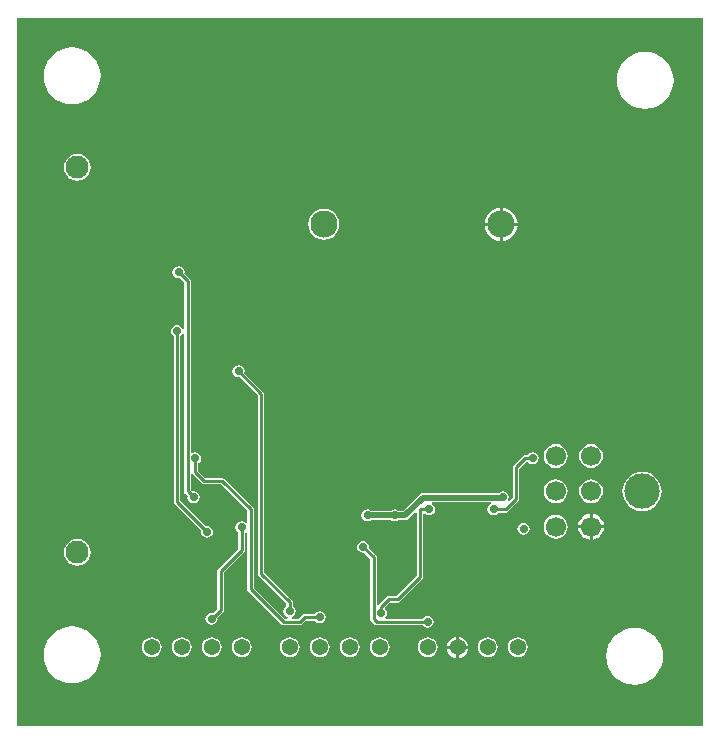
<source format=gbl>
G04 Layer_Physical_Order=2*
G04 Layer_Color=16711680*
%FSLAX44Y44*%
%MOMM*%
G71*
G01*
G75*
%ADD22C,0.2500*%
%ADD23C,0.5000*%
%ADD24C,3.0000*%
%ADD25C,1.7000*%
%ADD26C,1.3716*%
%ADD27C,1.9500*%
%ADD28C,2.3000*%
%ADD29C,0.7000*%
G36*
X842761Y861811D02*
Y262139D01*
X262139D01*
Y861811D01*
X842761Y861811D01*
D02*
G37*
%LPC*%
G36*
X609600Y337384D02*
X607412Y337096D01*
X605373Y336252D01*
X603622Y334908D01*
X602278Y333157D01*
X601434Y331118D01*
X601146Y328930D01*
X601434Y326742D01*
X602278Y324703D01*
X603622Y322952D01*
X605373Y321608D01*
X607412Y320764D01*
X609600Y320476D01*
X611788Y320764D01*
X613827Y321608D01*
X615578Y322952D01*
X616922Y324703D01*
X617766Y326742D01*
X618054Y328930D01*
X617766Y331118D01*
X616922Y333157D01*
X615578Y334908D01*
X613827Y336252D01*
X611788Y337096D01*
X609600Y337384D01*
D02*
G37*
G36*
X660400D02*
X658212Y337096D01*
X656173Y336252D01*
X654422Y334908D01*
X653078Y333157D01*
X652234Y331118D01*
X651946Y328930D01*
X652234Y326742D01*
X653078Y324703D01*
X654422Y322952D01*
X656173Y321608D01*
X658212Y320764D01*
X660400Y320476D01*
X662588Y320764D01*
X664627Y321608D01*
X666378Y322952D01*
X667722Y324703D01*
X668566Y326742D01*
X668854Y328930D01*
X668566Y331118D01*
X667722Y333157D01*
X666378Y334908D01*
X664627Y336252D01*
X662588Y337096D01*
X660400Y337384D01*
D02*
G37*
G36*
X543560D02*
X541372Y337096D01*
X539333Y336252D01*
X537582Y334908D01*
X536238Y333157D01*
X535394Y331118D01*
X535106Y328930D01*
X535394Y326742D01*
X536238Y324703D01*
X537582Y322952D01*
X539333Y321608D01*
X541372Y320764D01*
X543560Y320476D01*
X545748Y320764D01*
X547787Y321608D01*
X549538Y322952D01*
X550882Y324703D01*
X551726Y326742D01*
X552014Y328930D01*
X551726Y331118D01*
X550882Y333157D01*
X549538Y334908D01*
X547787Y336252D01*
X545748Y337096D01*
X543560Y337384D01*
D02*
G37*
G36*
X568960D02*
X566772Y337096D01*
X564733Y336252D01*
X562982Y334908D01*
X561638Y333157D01*
X560794Y331118D01*
X560506Y328930D01*
X560794Y326742D01*
X561638Y324703D01*
X562982Y322952D01*
X564733Y321608D01*
X566772Y320764D01*
X568960Y320476D01*
X571148Y320764D01*
X573187Y321608D01*
X574938Y322952D01*
X576282Y324703D01*
X577126Y326742D01*
X577414Y328930D01*
X577126Y331118D01*
X576282Y333157D01*
X574938Y334908D01*
X573187Y336252D01*
X571148Y337096D01*
X568960Y337384D01*
D02*
G37*
G36*
X685800D02*
X683612Y337096D01*
X681573Y336252D01*
X679822Y334908D01*
X678478Y333157D01*
X677634Y331118D01*
X677346Y328930D01*
X677634Y326742D01*
X678478Y324703D01*
X679822Y322952D01*
X681573Y321608D01*
X683612Y320764D01*
X685800Y320476D01*
X687988Y320764D01*
X690027Y321608D01*
X691778Y322952D01*
X693122Y324703D01*
X693966Y326742D01*
X694254Y328930D01*
X693966Y331118D01*
X693122Y333157D01*
X691778Y334908D01*
X690027Y336252D01*
X687988Y337096D01*
X685800Y337384D01*
D02*
G37*
G36*
X312990Y420741D02*
X310047Y420354D01*
X307304Y419218D01*
X304949Y417411D01*
X303142Y415056D01*
X302006Y412313D01*
X301619Y409370D01*
X302006Y406427D01*
X303142Y403684D01*
X304949Y401329D01*
X307304Y399522D01*
X310047Y398386D01*
X312990Y397999D01*
X315933Y398386D01*
X318676Y399522D01*
X321031Y401329D01*
X322838Y403684D01*
X323974Y406427D01*
X324361Y409370D01*
X323974Y412313D01*
X322838Y415056D01*
X321031Y417411D01*
X318676Y419218D01*
X315933Y420354D01*
X312990Y420741D01*
D02*
G37*
G36*
X758938Y429740D02*
X749280D01*
Y420082D01*
X750882Y420293D01*
X753558Y421401D01*
X755855Y423165D01*
X757618Y425463D01*
X758727Y428138D01*
X758938Y429740D01*
D02*
G37*
G36*
X633730Y338201D02*
X632557Y338047D01*
X630281Y337104D01*
X628326Y335604D01*
X626826Y333649D01*
X625883Y331373D01*
X625728Y330200D01*
X633730D01*
Y338201D01*
D02*
G37*
G36*
X636270D02*
Y330200D01*
X644271D01*
X644117Y331373D01*
X643174Y333649D01*
X641674Y335604D01*
X639719Y337104D01*
X637443Y338047D01*
X636270Y338201D01*
D02*
G37*
G36*
X518160Y337384D02*
X515972Y337096D01*
X513933Y336252D01*
X512182Y334908D01*
X510838Y333157D01*
X509994Y331118D01*
X509706Y328930D01*
X509994Y326742D01*
X510838Y324703D01*
X512182Y322952D01*
X513933Y321608D01*
X515972Y320764D01*
X518160Y320476D01*
X520348Y320764D01*
X522387Y321608D01*
X524138Y322952D01*
X525482Y324703D01*
X526326Y326742D01*
X526614Y328930D01*
X526326Y331118D01*
X525482Y333157D01*
X524138Y334908D01*
X522387Y336252D01*
X520348Y337096D01*
X518160Y337384D01*
D02*
G37*
G36*
X633730Y327660D02*
X625728D01*
X625883Y326487D01*
X626826Y324211D01*
X628326Y322256D01*
X630281Y320756D01*
X632557Y319813D01*
X633730Y319659D01*
Y327660D01*
D02*
G37*
G36*
X644271D02*
X636270D01*
Y319659D01*
X637443Y319813D01*
X639719Y320756D01*
X641674Y322256D01*
X643174Y324211D01*
X644117Y326487D01*
X644271Y327660D01*
D02*
G37*
G36*
X784860Y345450D02*
X780151Y344986D01*
X775622Y343613D01*
X771448Y341382D01*
X767790Y338380D01*
X764788Y334722D01*
X762557Y330548D01*
X761184Y326020D01*
X760720Y321310D01*
X761184Y316600D01*
X762557Y312072D01*
X764788Y307898D01*
X767790Y304240D01*
X771448Y301238D01*
X775622Y299007D01*
X780151Y297634D01*
X784860Y297170D01*
X789569Y297634D01*
X794098Y299007D01*
X798272Y301238D01*
X801930Y304240D01*
X804932Y307898D01*
X807163Y312072D01*
X808536Y316600D01*
X809000Y321310D01*
X808536Y326020D01*
X807163Y330548D01*
X804932Y334722D01*
X801930Y338380D01*
X798272Y341382D01*
X794098Y343613D01*
X789569Y344986D01*
X784860Y345450D01*
D02*
G37*
G36*
X308610Y346720D02*
X303901Y346256D01*
X299372Y344883D01*
X295198Y342652D01*
X291540Y339650D01*
X288538Y335992D01*
X286307Y331818D01*
X284934Y327290D01*
X284470Y322580D01*
X284934Y317871D01*
X286307Y313342D01*
X288538Y309168D01*
X291540Y305510D01*
X295198Y302508D01*
X299372Y300277D01*
X303901Y298904D01*
X308610Y298440D01*
X313319Y298904D01*
X317848Y300277D01*
X322022Y302508D01*
X325680Y305510D01*
X328682Y309168D01*
X330913Y313342D01*
X332286Y317871D01*
X332750Y322580D01*
X332286Y327290D01*
X330913Y331818D01*
X328682Y335992D01*
X325680Y339650D01*
X322022Y342652D01*
X317848Y344883D01*
X313319Y346256D01*
X308610Y346720D01*
D02*
G37*
G36*
X375920Y337384D02*
X373732Y337096D01*
X371693Y336252D01*
X369942Y334908D01*
X368598Y333157D01*
X367754Y331118D01*
X367466Y328930D01*
X367754Y326742D01*
X368598Y324703D01*
X369942Y322952D01*
X371693Y321608D01*
X373732Y320764D01*
X375920Y320476D01*
X378108Y320764D01*
X380147Y321608D01*
X381898Y322952D01*
X383242Y324703D01*
X384086Y326742D01*
X384374Y328930D01*
X384086Y331118D01*
X383242Y333157D01*
X381898Y334908D01*
X380147Y336252D01*
X378108Y337096D01*
X375920Y337384D01*
D02*
G37*
G36*
X452120D02*
X449932Y337096D01*
X447893Y336252D01*
X446142Y334908D01*
X444798Y333157D01*
X443954Y331118D01*
X443666Y328930D01*
X443954Y326742D01*
X444798Y324703D01*
X446142Y322952D01*
X447893Y321608D01*
X449932Y320764D01*
X452120Y320476D01*
X454308Y320764D01*
X456347Y321608D01*
X458098Y322952D01*
X459442Y324703D01*
X460286Y326742D01*
X460574Y328930D01*
X460286Y331118D01*
X459442Y333157D01*
X458098Y334908D01*
X456347Y336252D01*
X454308Y337096D01*
X452120Y337384D01*
D02*
G37*
G36*
X492760D02*
X490572Y337096D01*
X488533Y336252D01*
X486782Y334908D01*
X485438Y333157D01*
X484594Y331118D01*
X484306Y328930D01*
X484594Y326742D01*
X485438Y324703D01*
X486782Y322952D01*
X488533Y321608D01*
X490572Y320764D01*
X492760Y320476D01*
X494948Y320764D01*
X496987Y321608D01*
X498738Y322952D01*
X500082Y324703D01*
X500926Y326742D01*
X501214Y328930D01*
X500926Y331118D01*
X500082Y333157D01*
X498738Y334908D01*
X496987Y336252D01*
X494948Y337096D01*
X492760Y337384D01*
D02*
G37*
G36*
X401320D02*
X399132Y337096D01*
X397093Y336252D01*
X395342Y334908D01*
X393998Y333157D01*
X393154Y331118D01*
X392866Y328930D01*
X393154Y326742D01*
X393998Y324703D01*
X395342Y322952D01*
X397093Y321608D01*
X399132Y320764D01*
X401320Y320476D01*
X403508Y320764D01*
X405547Y321608D01*
X407298Y322952D01*
X408642Y324703D01*
X409486Y326742D01*
X409774Y328930D01*
X409486Y331118D01*
X408642Y333157D01*
X407298Y334908D01*
X405547Y336252D01*
X403508Y337096D01*
X401320Y337384D01*
D02*
G37*
G36*
X426720D02*
X424532Y337096D01*
X422493Y336252D01*
X420742Y334908D01*
X419398Y333157D01*
X418554Y331118D01*
X418266Y328930D01*
X418554Y326742D01*
X419398Y324703D01*
X420742Y322952D01*
X422493Y321608D01*
X424532Y320764D01*
X426720Y320476D01*
X428908Y320764D01*
X430947Y321608D01*
X432698Y322952D01*
X434042Y324703D01*
X434886Y326742D01*
X435174Y328930D01*
X434886Y331118D01*
X434042Y333157D01*
X432698Y334908D01*
X430947Y336252D01*
X428908Y337096D01*
X426720Y337384D01*
D02*
G37*
G36*
X685784Y685800D02*
X673100D01*
Y673116D01*
X675485Y673430D01*
X678890Y674841D01*
X681815Y677085D01*
X684059Y680010D01*
X685470Y683415D01*
X685784Y685800D01*
D02*
G37*
G36*
X521830Y700206D02*
X518430Y699759D01*
X515262Y698447D01*
X512541Y696359D01*
X510453Y693638D01*
X509141Y690470D01*
X508694Y687070D01*
X509141Y683670D01*
X510453Y680502D01*
X512541Y677781D01*
X515262Y675694D01*
X518430Y674381D01*
X521830Y673934D01*
X525230Y674381D01*
X528398Y675694D01*
X531119Y677781D01*
X533206Y680502D01*
X534519Y683670D01*
X534966Y687070D01*
X534519Y690470D01*
X533206Y693638D01*
X531119Y696359D01*
X528398Y698447D01*
X525230Y699759D01*
X521830Y700206D01*
D02*
G37*
G36*
X670560Y685800D02*
X657876D01*
X658190Y683415D01*
X659601Y680010D01*
X661845Y677085D01*
X664770Y674841D01*
X668175Y673430D01*
X670560Y673116D01*
Y685800D01*
D02*
G37*
G36*
X698500Y494072D02*
X696540Y493683D01*
X694878Y492572D01*
X694348Y491778D01*
X692150D01*
X691068Y491563D01*
X690150Y490950D01*
X682530Y483330D01*
X681917Y482412D01*
X681702Y481330D01*
Y455831D01*
X678393Y452523D01*
X677407Y453333D01*
X677832Y453970D01*
X678222Y455930D01*
X677832Y457890D01*
X676722Y459552D01*
X675060Y460662D01*
X673100Y461052D01*
X671140Y460662D01*
X669956Y459871D01*
X605790D01*
X604220Y459559D01*
X602889Y458670D01*
X589012Y444793D01*
X584563D01*
X583620Y445423D01*
X581660Y445812D01*
X579700Y445423D01*
X578757Y444793D01*
X561703D01*
X560760Y445423D01*
X558800Y445812D01*
X556840Y445423D01*
X555178Y444312D01*
X554067Y442650D01*
X553678Y440690D01*
X554067Y438730D01*
X555178Y437068D01*
X556840Y435957D01*
X558800Y435568D01*
X560760Y435957D01*
X561703Y436587D01*
X578757D01*
X579700Y435957D01*
X581660Y435568D01*
X583620Y435957D01*
X584563Y436587D01*
X590712D01*
X592282Y436899D01*
X593613Y437789D01*
X599248Y443425D01*
X600422Y442939D01*
Y389791D01*
X583028Y372398D01*
X576580D01*
X575498Y372183D01*
X574580Y371570D01*
X574580Y371570D01*
X568230Y365220D01*
X567978Y364843D01*
X566708Y365229D01*
Y405130D01*
X566708Y405130D01*
X566493Y406212D01*
X565880Y407130D01*
X559926Y413084D01*
X560112Y414020D01*
X559723Y415980D01*
X558612Y417642D01*
X556950Y418753D01*
X554990Y419142D01*
X553030Y418753D01*
X551368Y417642D01*
X550257Y415980D01*
X549868Y414020D01*
X550257Y412060D01*
X551368Y410398D01*
X553030Y409287D01*
X554990Y408898D01*
X555926Y409084D01*
X561052Y403959D01*
Y353060D01*
X561267Y351978D01*
X561880Y351060D01*
X564420Y348520D01*
X565338Y347907D01*
X566420Y347692D01*
X605448D01*
X605978Y346898D01*
X607640Y345788D01*
X609600Y345398D01*
X611560Y345788D01*
X613222Y346898D01*
X614333Y348560D01*
X614722Y350520D01*
X614333Y352480D01*
X613222Y354142D01*
X611560Y355252D01*
X609600Y355642D01*
X607640Y355252D01*
X605978Y354142D01*
X605448Y353348D01*
X574388D01*
X574035Y354118D01*
X573919Y354618D01*
X574963Y356180D01*
X575352Y358140D01*
X574963Y360100D01*
X573852Y361762D01*
X573755Y362745D01*
X577752Y366742D01*
X584200D01*
X585282Y366957D01*
X586200Y367570D01*
X605250Y386620D01*
X605863Y387538D01*
X606078Y388620D01*
Y441612D01*
X606848Y441965D01*
X607348Y442081D01*
X608910Y441037D01*
X610870Y440648D01*
X612830Y441037D01*
X614492Y442148D01*
X615602Y443810D01*
X615992Y445770D01*
X615602Y447730D01*
X614492Y449392D01*
X612990Y450396D01*
X612993Y451014D01*
X613201Y451666D01*
X663149D01*
X663357Y451014D01*
X663360Y450396D01*
X661858Y449392D01*
X660748Y447730D01*
X660358Y445770D01*
X660748Y443810D01*
X661858Y442148D01*
X663520Y441037D01*
X665480Y440648D01*
X667440Y441037D01*
X669102Y442148D01*
X669632Y442942D01*
X675640D01*
X676722Y443157D01*
X677640Y443770D01*
X686530Y452660D01*
X687143Y453578D01*
X687358Y454660D01*
X687358Y454660D01*
Y480159D01*
X693179Y485980D01*
X694498Y485896D01*
X694878Y485328D01*
X696540Y484217D01*
X698500Y483828D01*
X700460Y484217D01*
X702122Y485328D01*
X703232Y486990D01*
X703622Y488950D01*
X703232Y490910D01*
X702122Y492572D01*
X700460Y493683D01*
X698500Y494072D01*
D02*
G37*
G36*
X398780Y651552D02*
X396820Y651162D01*
X395158Y650052D01*
X394048Y648390D01*
X393658Y646430D01*
X394048Y644470D01*
X395158Y642808D01*
X396820Y641697D01*
X398780Y641308D01*
X399716Y641494D01*
X403572Y637639D01*
Y598688D01*
X402302Y598563D01*
X402243Y598860D01*
X401132Y600522D01*
X399470Y601632D01*
X397510Y602022D01*
X395550Y601632D01*
X393888Y600522D01*
X392777Y598860D01*
X392388Y596900D01*
X392777Y594940D01*
X393888Y593278D01*
X394682Y592747D01*
Y452120D01*
X394897Y451038D01*
X395510Y450120D01*
X417974Y427656D01*
X417788Y426720D01*
X418177Y424760D01*
X419288Y423098D01*
X420950Y421987D01*
X422910Y421598D01*
X424870Y421987D01*
X426532Y423098D01*
X427643Y424760D01*
X428032Y426720D01*
X427643Y428680D01*
X426532Y430342D01*
X424870Y431452D01*
X422910Y431842D01*
X421974Y431656D01*
X400338Y453292D01*
Y592747D01*
X401132Y593278D01*
X402243Y594940D01*
X402302Y595237D01*
X403572Y595112D01*
Y461010D01*
X403787Y459928D01*
X404400Y459010D01*
X406544Y456866D01*
X406358Y455930D01*
X406748Y453970D01*
X407858Y452308D01*
X409520Y451198D01*
X411480Y450808D01*
X413440Y451198D01*
X415102Y452308D01*
X416213Y453970D01*
X416602Y455930D01*
X416213Y457890D01*
X415102Y459552D01*
X413440Y460662D01*
X411480Y461052D01*
X410544Y460866D01*
X409228Y462182D01*
Y475512D01*
X410498Y475897D01*
X410750Y475520D01*
X418370Y467900D01*
X419288Y467287D01*
X420370Y467072D01*
X434439D01*
X456912Y444599D01*
Y434688D01*
X456142Y434335D01*
X455642Y434219D01*
X454080Y435262D01*
X452120Y435652D01*
X450160Y435262D01*
X448498Y434152D01*
X447388Y432490D01*
X446998Y430530D01*
X447388Y428570D01*
X448498Y426908D01*
X449292Y426377D01*
Y412651D01*
X432340Y395700D01*
X431727Y394782D01*
X431512Y393700D01*
Y361852D01*
X427656Y357996D01*
X426720Y358182D01*
X424760Y357793D01*
X423098Y356682D01*
X421987Y355020D01*
X421598Y353060D01*
X421987Y351100D01*
X423098Y349438D01*
X424760Y348327D01*
X426720Y347938D01*
X428680Y348327D01*
X430342Y349438D01*
X431452Y351100D01*
X431842Y353060D01*
X431656Y353996D01*
X436340Y358680D01*
X436953Y359598D01*
X437168Y360680D01*
Y392528D01*
X454120Y409480D01*
X454120Y409480D01*
X454733Y410398D01*
X454948Y411480D01*
Y425894D01*
X455670Y426441D01*
X456912Y425862D01*
Y378460D01*
X457127Y377378D01*
X457740Y376460D01*
X485680Y348520D01*
X486598Y347907D01*
X487680Y347692D01*
X501650D01*
X502732Y347907D01*
X503650Y348520D01*
X506632Y351502D01*
X514007D01*
X514538Y350708D01*
X516200Y349598D01*
X518160Y349208D01*
X520120Y349598D01*
X521782Y350708D01*
X522892Y352370D01*
X523282Y354330D01*
X522892Y356290D01*
X521782Y357952D01*
X520120Y359062D01*
X518160Y359452D01*
X516200Y359062D01*
X514538Y357952D01*
X514007Y357158D01*
X505460D01*
X504378Y356943D01*
X503460Y356330D01*
X500479Y353348D01*
X494548D01*
X494423Y354618D01*
X494720Y354678D01*
X496382Y355788D01*
X497492Y357450D01*
X497882Y359410D01*
X497492Y361370D01*
X496382Y363032D01*
X495588Y363563D01*
Y367030D01*
X495373Y368112D01*
X494760Y369030D01*
X471458Y392332D01*
Y543560D01*
X471243Y544642D01*
X470630Y545560D01*
X454516Y561674D01*
X454702Y562610D01*
X454313Y564570D01*
X453202Y566232D01*
X451540Y567342D01*
X449580Y567732D01*
X447620Y567342D01*
X445958Y566232D01*
X444847Y564570D01*
X444458Y562610D01*
X444847Y560650D01*
X445958Y558988D01*
X447620Y557878D01*
X449580Y557488D01*
X450516Y557674D01*
X465802Y542388D01*
Y391160D01*
X466017Y390078D01*
X466630Y389160D01*
X489932Y365858D01*
Y363563D01*
X489138Y363032D01*
X488027Y361370D01*
X487638Y359410D01*
X488027Y357450D01*
X489138Y355788D01*
X490800Y354678D01*
X491097Y354618D01*
X490972Y353348D01*
X488852D01*
X462568Y379632D01*
Y445770D01*
X462353Y446852D01*
X461740Y447770D01*
X437610Y471900D01*
X436692Y472513D01*
X435610Y472728D01*
X421541D01*
X415578Y478691D01*
Y484798D01*
X416372Y485328D01*
X417482Y486990D01*
X417872Y488950D01*
X417482Y490910D01*
X416372Y492572D01*
X414710Y493683D01*
X412750Y494072D01*
X410790Y493683D01*
X410348Y493388D01*
X409228Y493986D01*
Y638810D01*
X409013Y639892D01*
X408400Y640810D01*
X403716Y645494D01*
X403902Y646430D01*
X403512Y648390D01*
X402402Y650052D01*
X400740Y651162D01*
X398780Y651552D01*
D02*
G37*
G36*
X793750Y833130D02*
X789041Y832666D01*
X784512Y831293D01*
X780338Y829062D01*
X776680Y826060D01*
X773678Y822402D01*
X771447Y818228D01*
X770074Y813699D01*
X769610Y808990D01*
X770074Y804280D01*
X771447Y799752D01*
X773678Y795578D01*
X776680Y791920D01*
X780338Y788918D01*
X784512Y786687D01*
X789041Y785314D01*
X793750Y784850D01*
X798459Y785314D01*
X802988Y786687D01*
X807162Y788918D01*
X810820Y791920D01*
X813822Y795578D01*
X816053Y799752D01*
X817426Y804280D01*
X817890Y808990D01*
X817426Y813699D01*
X816053Y818228D01*
X813822Y822402D01*
X810820Y826060D01*
X807162Y829062D01*
X802988Y831293D01*
X798459Y832666D01*
X793750Y833130D01*
D02*
G37*
G36*
X308610Y836940D02*
X303901Y836476D01*
X299372Y835103D01*
X295198Y832872D01*
X291540Y829870D01*
X288538Y826212D01*
X286307Y822038D01*
X284934Y817510D01*
X284470Y812800D01*
X284934Y808091D01*
X286307Y803562D01*
X288538Y799388D01*
X291540Y795730D01*
X295198Y792728D01*
X299372Y790497D01*
X303901Y789124D01*
X308610Y788660D01*
X313319Y789124D01*
X317848Y790497D01*
X322022Y792728D01*
X325680Y795730D01*
X328682Y799388D01*
X330913Y803562D01*
X332286Y808091D01*
X332750Y812800D01*
X332286Y817510D01*
X330913Y822038D01*
X328682Y826212D01*
X325680Y829870D01*
X322022Y832872D01*
X317848Y835103D01*
X313319Y836476D01*
X308610Y836940D01*
D02*
G37*
G36*
X312990Y746741D02*
X310047Y746354D01*
X307304Y745218D01*
X304949Y743411D01*
X303142Y741056D01*
X302006Y738313D01*
X301619Y735370D01*
X302006Y732427D01*
X303142Y729684D01*
X304949Y727329D01*
X307304Y725522D01*
X310047Y724386D01*
X312990Y723999D01*
X315933Y724386D01*
X318676Y725522D01*
X321031Y727329D01*
X322838Y729684D01*
X323974Y732427D01*
X324361Y735370D01*
X323974Y738313D01*
X322838Y741056D01*
X321031Y743411D01*
X318676Y745218D01*
X315933Y746354D01*
X312990Y746741D01*
D02*
G37*
G36*
X670560Y701024D02*
X668175Y700710D01*
X664770Y699299D01*
X661845Y697055D01*
X659601Y694130D01*
X658190Y690725D01*
X657876Y688340D01*
X670560D01*
Y701024D01*
D02*
G37*
G36*
X673100D02*
Y688340D01*
X685784D01*
X685470Y690725D01*
X684059Y694130D01*
X681815Y697055D01*
X678890Y699299D01*
X675485Y700710D01*
X673100Y701024D01*
D02*
G37*
G36*
X746740Y441938D02*
X745138Y441727D01*
X742462Y440619D01*
X740165Y438855D01*
X738401Y436557D01*
X737293Y433882D01*
X737082Y432280D01*
X746740D01*
Y441938D01*
D02*
G37*
G36*
X749280D02*
Y432280D01*
X758938D01*
X758727Y433882D01*
X757618Y436557D01*
X755855Y438855D01*
X753558Y440619D01*
X750882Y441727D01*
X749280Y441938D01*
D02*
G37*
G36*
X690880Y434382D02*
X688920Y433993D01*
X687258Y432882D01*
X686148Y431220D01*
X685758Y429260D01*
X686148Y427300D01*
X687258Y425638D01*
X688920Y424528D01*
X690880Y424138D01*
X692840Y424528D01*
X694502Y425638D01*
X695612Y427300D01*
X696002Y429260D01*
X695612Y431220D01*
X694502Y432882D01*
X692840Y433993D01*
X690880Y434382D01*
D02*
G37*
G36*
X746740Y429740D02*
X737082D01*
X737293Y428138D01*
X738401Y425463D01*
X740165Y423165D01*
X742462Y421401D01*
X745138Y420293D01*
X746740Y420082D01*
Y429740D01*
D02*
G37*
G36*
X718010Y441120D02*
X715393Y440776D01*
X712955Y439766D01*
X710861Y438159D01*
X709254Y436065D01*
X708244Y433627D01*
X707899Y431010D01*
X708244Y428393D01*
X709254Y425955D01*
X710861Y423861D01*
X712955Y422254D01*
X715393Y421244D01*
X718010Y420900D01*
X720627Y421244D01*
X723065Y422254D01*
X725159Y423861D01*
X726766Y425955D01*
X727776Y428393D01*
X728120Y431010D01*
X727776Y433627D01*
X726766Y436065D01*
X725159Y438159D01*
X723065Y439766D01*
X720627Y440776D01*
X718010Y441120D01*
D02*
G37*
G36*
Y501120D02*
X715393Y500776D01*
X712955Y499766D01*
X710861Y498159D01*
X709254Y496065D01*
X708244Y493627D01*
X707899Y491010D01*
X708244Y488393D01*
X709254Y485955D01*
X710861Y483861D01*
X712955Y482254D01*
X715393Y481244D01*
X718010Y480900D01*
X720627Y481244D01*
X723065Y482254D01*
X725159Y483861D01*
X726766Y485955D01*
X727776Y488393D01*
X728120Y491010D01*
X727776Y493627D01*
X726766Y496065D01*
X725159Y498159D01*
X723065Y499766D01*
X720627Y500776D01*
X718010Y501120D01*
D02*
G37*
G36*
X748010D02*
X745393Y500776D01*
X742955Y499766D01*
X740861Y498159D01*
X739254Y496065D01*
X738244Y493627D01*
X737899Y491010D01*
X738244Y488393D01*
X739254Y485955D01*
X740861Y483861D01*
X742955Y482254D01*
X745393Y481244D01*
X748010Y480900D01*
X750627Y481244D01*
X753065Y482254D01*
X755159Y483861D01*
X756766Y485955D01*
X757776Y488393D01*
X758120Y491010D01*
X757776Y493627D01*
X756766Y496065D01*
X755159Y498159D01*
X753065Y499766D01*
X750627Y500776D01*
X748010Y501120D01*
D02*
G37*
G36*
Y471120D02*
X745393Y470776D01*
X742955Y469766D01*
X740861Y468159D01*
X739254Y466065D01*
X738244Y463627D01*
X737899Y461010D01*
X738244Y458393D01*
X739254Y455955D01*
X740861Y453861D01*
X742955Y452254D01*
X745393Y451244D01*
X748010Y450900D01*
X750627Y451244D01*
X753065Y452254D01*
X755159Y453861D01*
X756766Y455955D01*
X757776Y458393D01*
X758120Y461010D01*
X757776Y463627D01*
X756766Y466065D01*
X755159Y468159D01*
X753065Y469766D01*
X750627Y470776D01*
X748010Y471120D01*
D02*
G37*
G36*
X791210Y477614D02*
X787971Y477295D01*
X784856Y476350D01*
X781985Y474816D01*
X779469Y472751D01*
X777404Y470235D01*
X775870Y467364D01*
X774925Y464249D01*
X774606Y461010D01*
X774925Y457771D01*
X775870Y454656D01*
X777404Y451785D01*
X779469Y449269D01*
X781985Y447204D01*
X784856Y445670D01*
X787971Y444725D01*
X791210Y444406D01*
X794449Y444725D01*
X797564Y445670D01*
X800435Y447204D01*
X802951Y449269D01*
X805016Y451785D01*
X806550Y454656D01*
X807495Y457771D01*
X807814Y461010D01*
X807495Y464249D01*
X806550Y467364D01*
X805016Y470235D01*
X802951Y472751D01*
X800435Y474816D01*
X797564Y476350D01*
X794449Y477295D01*
X791210Y477614D01*
D02*
G37*
G36*
X718010Y471120D02*
X715393Y470776D01*
X712955Y469766D01*
X710861Y468159D01*
X709254Y466065D01*
X708244Y463627D01*
X707899Y461010D01*
X708244Y458393D01*
X709254Y455955D01*
X710861Y453861D01*
X712955Y452254D01*
X715393Y451244D01*
X718010Y450900D01*
X720627Y451244D01*
X723065Y452254D01*
X725159Y453861D01*
X726766Y455955D01*
X727776Y458393D01*
X728120Y461010D01*
X727776Y463627D01*
X726766Y466065D01*
X725159Y468159D01*
X723065Y469766D01*
X720627Y470776D01*
X718010Y471120D01*
D02*
G37*
%LPD*%
D22*
X434340Y393700D02*
X452120Y411480D01*
X434340Y360680D02*
Y393700D01*
X452120Y411480D02*
Y430530D01*
X584200Y369570D02*
X603250Y388620D01*
X576580Y369570D02*
X584200D01*
X603250Y388620D02*
Y445770D01*
X406400Y461010D02*
X411480Y455930D01*
X406400Y461010D02*
Y638810D01*
X398780Y646430D02*
X406400Y638810D01*
X397510Y452120D02*
X422910Y426720D01*
X397510Y452120D02*
Y596900D01*
X692150Y488950D02*
X698500D01*
X684530Y481330D02*
X692150Y488950D01*
X684530Y454660D02*
Y481330D01*
X675640Y445770D02*
X684530Y454660D01*
X665480Y445770D02*
X675640D01*
X566420Y350520D02*
X609600D01*
X563880Y353060D02*
X566420Y350520D01*
X563880Y353060D02*
Y405130D01*
X554990Y414020D02*
X563880Y405130D01*
X570230Y358140D02*
Y363220D01*
X576580Y369570D01*
X603250Y445770D02*
X610870D01*
X412750Y477520D02*
Y488950D01*
Y477520D02*
X420370Y469900D01*
X435610D01*
X459740Y445770D01*
Y378460D02*
Y445770D01*
Y378460D02*
X487680Y350520D01*
X501650D01*
X505460Y354330D01*
X518160D01*
X492760Y359410D02*
Y367030D01*
X468630Y391160D02*
X492760Y367030D01*
X468630Y391160D02*
Y543560D01*
X449580Y562610D02*
X468630Y543560D01*
X426720Y353060D02*
X434340Y360680D01*
D23*
X672939Y455769D02*
X673100Y455930D01*
X605790Y455769D02*
X672939D01*
X590712Y440690D02*
X605790Y455769D01*
X581660Y440690D02*
X590712D01*
X558800D02*
X581660D01*
D24*
X791210Y461010D02*
D03*
D25*
X748010D02*
D03*
Y491010D02*
D03*
Y431010D02*
D03*
X718010D02*
D03*
Y461010D02*
D03*
Y491010D02*
D03*
D26*
X401320Y328930D02*
D03*
X375920D02*
D03*
X426720D02*
D03*
X452120D02*
D03*
X518160D02*
D03*
X492760D02*
D03*
X543560D02*
D03*
X568960D02*
D03*
X635000D02*
D03*
X609600D02*
D03*
X660400D02*
D03*
X685800D02*
D03*
D27*
X312990Y409370D02*
D03*
Y735370D02*
D03*
D28*
X521830Y687070D02*
D03*
X671830D02*
D03*
D29*
X478790Y408940D02*
D03*
X444500Y393700D02*
D03*
X586740Y480060D02*
D03*
X590550Y393700D02*
D03*
X659130Y468630D02*
D03*
X704850Y414020D02*
D03*
X624840Y405130D02*
D03*
X675640Y414020D02*
D03*
X590550Y405130D02*
D03*
X510540Y430530D02*
D03*
Y384810D02*
D03*
X477520Y472440D02*
D03*
X655320Y524510D02*
D03*
X668020Y509270D02*
D03*
X681990Y496570D02*
D03*
X608330Y521970D02*
D03*
X623570Y509270D02*
D03*
X640080Y494030D02*
D03*
X541020Y468630D02*
D03*
X673100Y455930D02*
D03*
X411480D02*
D03*
X422910Y426720D02*
D03*
X397510Y596900D02*
D03*
X398780Y646430D02*
D03*
X665480Y445770D02*
D03*
X698500Y488950D02*
D03*
X558800Y440690D02*
D03*
X581660D02*
D03*
X690880Y429260D02*
D03*
X554990Y414020D02*
D03*
X609600Y350520D02*
D03*
X570230Y358140D02*
D03*
X610870Y445770D02*
D03*
X518160Y354330D02*
D03*
X412750Y488950D02*
D03*
X492760Y359410D02*
D03*
X449580Y562610D02*
D03*
X452120Y430530D02*
D03*
X426720Y353060D02*
D03*
M02*

</source>
